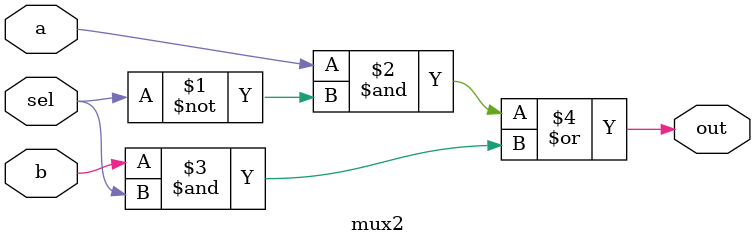
<source format=v>

`timescale 1ns/1ns

module mux2(input a,b,sel, output out);
assign out=(a&~sel)|(b&sel);
endmodule
</source>
